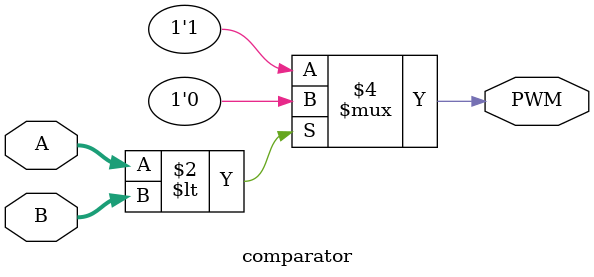
<source format=v>
module comparator (
	input [12:0] A,
	input [12:0] B,
	output reg PWM
    );

	always @ (A,B) begin
        if (A < B) begin
            PWM <= 1'b0;
        end else  begin
            PWM <= 1'b1;
        end 
	end
endmodule
</source>
